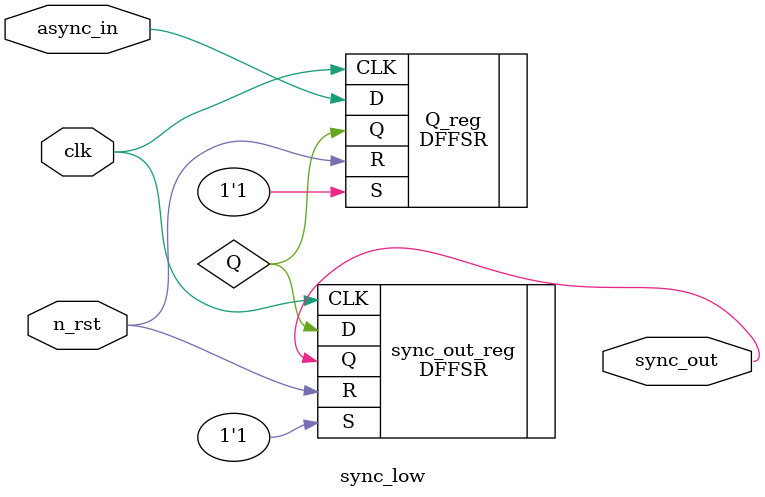
<source format=v>


module sync_low ( clk, n_rst, async_in, sync_out );
  input clk, n_rst, async_in;
  output sync_out;
  wire   Q;

  DFFSR Q_reg ( .D(async_in), .CLK(clk), .R(n_rst), .S(1'b1), .Q(Q) );
  DFFSR sync_out_reg ( .D(Q), .CLK(clk), .R(n_rst), .S(1'b1), .Q(sync_out) );
endmodule


</source>
